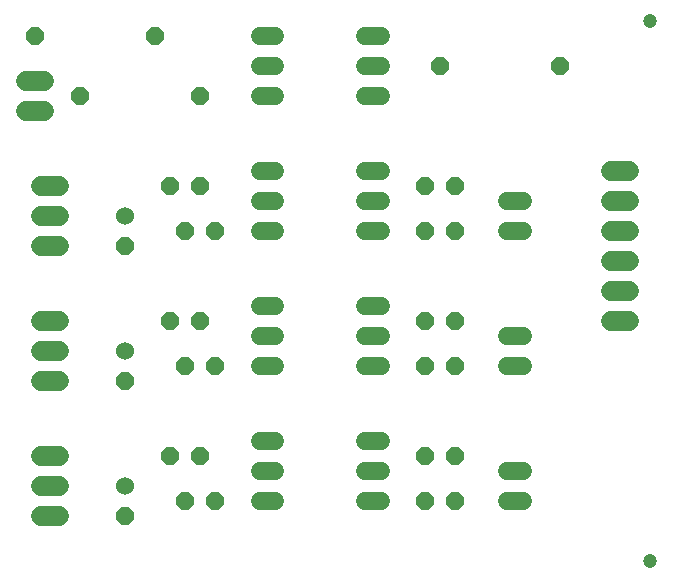
<source format=gbr>
G04 EAGLE Gerber X2 export*
%TF.Part,Single*%
%TF.FileFunction,Soldermask,Top,1*%
%TF.FilePolarity,Negative*%
%TF.GenerationSoftware,Autodesk,EAGLE,8.6.0*%
%TF.CreationDate,2018-02-02T01:37:18Z*%
G75*
%MOMM*%
%FSLAX34Y34*%
%LPD*%
%AMOC8*
5,1,8,0,0,1.08239X$1,22.5*%
G01*
%ADD10C,1.203200*%
%ADD11C,1.524000*%
%ADD12P,1.649562X8X22.500000*%
%ADD13C,1.727200*%
%ADD14P,1.649562X8X202.500000*%
%ADD15P,1.649562X8X292.500000*%
%ADD16C,1.524000*%


D10*
X609600Y190500D03*
X609600Y647700D03*
D11*
X292100Y635000D02*
X278892Y635000D01*
X278892Y609600D02*
X292100Y609600D01*
X368300Y609600D02*
X381508Y609600D01*
X381508Y635000D02*
X368300Y635000D01*
X292100Y584200D02*
X278892Y584200D01*
X368300Y584200D02*
X381508Y584200D01*
D12*
X88900Y635000D03*
X190500Y635000D03*
X127000Y584200D03*
X228600Y584200D03*
X431800Y609600D03*
X533400Y609600D03*
D11*
X381508Y469900D02*
X368300Y469900D01*
X368300Y495300D02*
X381508Y495300D01*
X292100Y495300D02*
X278892Y495300D01*
X278892Y469900D02*
X292100Y469900D01*
X368300Y520700D02*
X381508Y520700D01*
X292100Y520700D02*
X278892Y520700D01*
D13*
X109220Y457200D02*
X93980Y457200D01*
X93980Y482600D02*
X109220Y482600D01*
X109220Y508000D02*
X93980Y508000D01*
D14*
X241300Y469900D03*
X215900Y469900D03*
X444500Y469900D03*
X419100Y469900D03*
X228600Y508000D03*
X203200Y508000D03*
D15*
X165100Y457200D03*
D16*
X165100Y482600D03*
D11*
X488696Y495300D02*
X501904Y495300D01*
X501904Y469900D02*
X488696Y469900D01*
D14*
X444500Y508000D03*
X419100Y508000D03*
D11*
X381508Y355600D02*
X368300Y355600D01*
X368300Y381000D02*
X381508Y381000D01*
X292100Y381000D02*
X278892Y381000D01*
X278892Y355600D02*
X292100Y355600D01*
X368300Y406400D02*
X381508Y406400D01*
X292100Y406400D02*
X278892Y406400D01*
D13*
X109220Y342900D02*
X93980Y342900D01*
X93980Y368300D02*
X109220Y368300D01*
X109220Y393700D02*
X93980Y393700D01*
D14*
X241300Y355600D03*
X215900Y355600D03*
X444500Y355600D03*
X419100Y355600D03*
X228600Y393700D03*
X203200Y393700D03*
D15*
X165100Y342900D03*
D16*
X165100Y368300D03*
D11*
X488696Y381000D02*
X501904Y381000D01*
X501904Y355600D02*
X488696Y355600D01*
D14*
X444500Y393700D03*
X419100Y393700D03*
D11*
X381508Y241300D02*
X368300Y241300D01*
X368300Y266700D02*
X381508Y266700D01*
X292100Y266700D02*
X278892Y266700D01*
X278892Y241300D02*
X292100Y241300D01*
X368300Y292100D02*
X381508Y292100D01*
X292100Y292100D02*
X278892Y292100D01*
D13*
X109220Y228600D02*
X93980Y228600D01*
X93980Y254000D02*
X109220Y254000D01*
X109220Y279400D02*
X93980Y279400D01*
D14*
X241300Y241300D03*
X215900Y241300D03*
X444500Y241300D03*
X419100Y241300D03*
X228600Y279400D03*
X203200Y279400D03*
D15*
X165100Y228600D03*
D16*
X165100Y254000D03*
D11*
X488696Y266700D02*
X501904Y266700D01*
X501904Y241300D02*
X488696Y241300D01*
D14*
X444500Y279400D03*
X419100Y279400D03*
D13*
X576580Y520700D02*
X591820Y520700D01*
X591820Y495300D02*
X576580Y495300D01*
X576580Y469900D02*
X591820Y469900D01*
X591820Y444500D02*
X576580Y444500D01*
X576580Y419100D02*
X591820Y419100D01*
X591820Y393700D02*
X576580Y393700D01*
X96520Y596900D02*
X81280Y596900D01*
X81280Y571500D02*
X96520Y571500D01*
M02*

</source>
